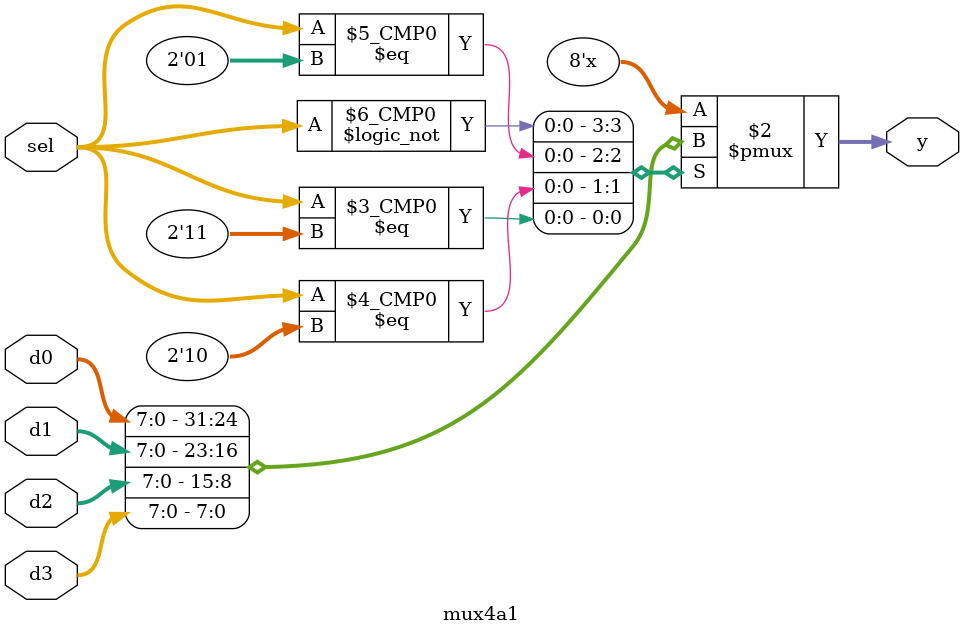
<source format=v>
/*Realiza un módulo que implemente un multiplexor 4 a 1 con entradas de datos de 8 bits (data0 a
data3 ), señal de selección sel de 2 bits y salida y de 8 bits, usando descripción en nivel comporta-
miento.*/
module mux4a1 (
    input wire [7:0] d0,
    input wire [7:0] d1,
    input wire [7:0] d2,
    input wire [7:0] d3,
    input wire [1:0] sel,
    output reg [7:0] y
);

    always @(*) begin
        case (sel)
            2'b00: y = d0;
            2'b01: y = d1;
            2'b10: y = d2;
            2'b11: y = d3;
            default: y = 8'b0;
        endcase
    end
endmodule
</source>
